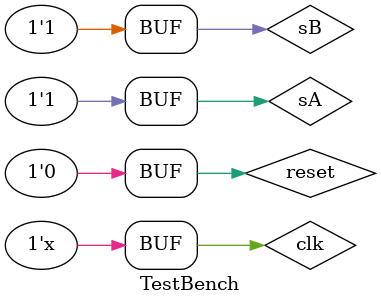
<source format=sv>
`timescale 1ns / 1ps


module TestBench();
    logic sB,sA,reset, clk;
    logic [1:0] lA,lB;
    
    //create a dut-device under test for test bench
    fsm dut(sB,sA,reset,clk,lA,lB);
    initial begin
            reset = 1; clk =0; sA = 0; sB = 0;
          #10;
            reset = 0; sA = 0; sB = 0;
          #20;
            reset = 0; sA = 0; sB = 1;
          #20;
            reset = 0; sA = 1; sB = 0;
          #20;
            reset = 0; sA = 1; sB = 1;
          #20; 
          // $finish;
    end
    
    always begin
        clk = ~clk; #10;
    end    
endmodule

</source>
